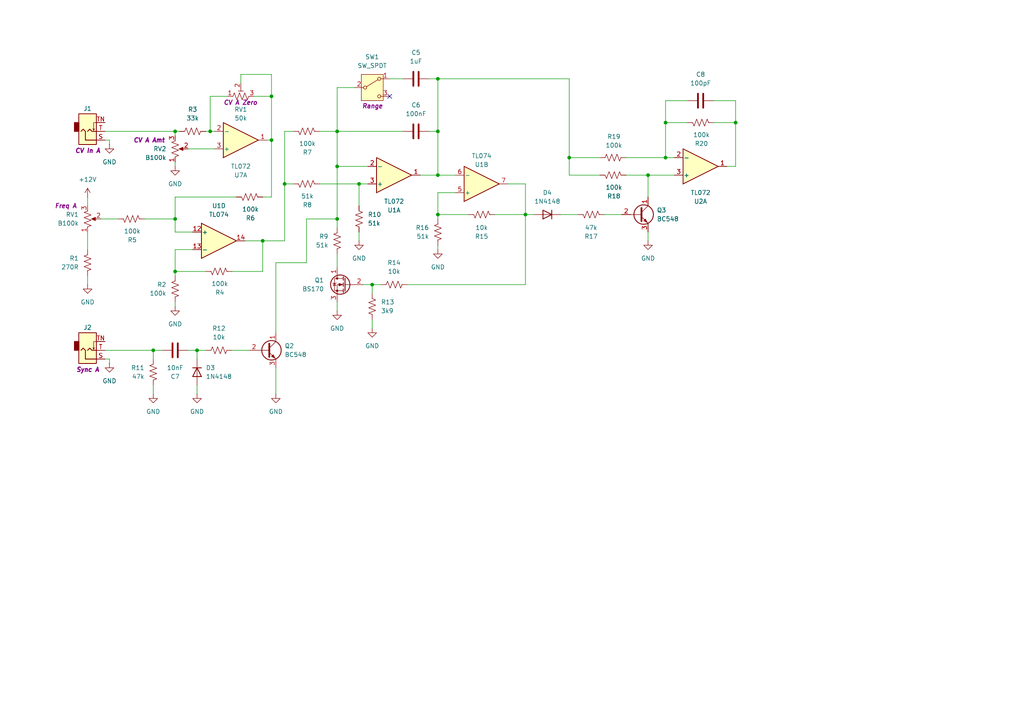
<source format=kicad_sch>
(kicad_sch (version 20250114) (generator "eeschema") (generator_version "9.0")
  (paper "A4")
  (title_block (company "DMH Instruments") (comment 1 "PCB for 10cm Kosmo format synthesizer module"))
  (lib_symbols
    (symbol "Amplifier_Operational:TL072" (pin_names (offset 0.127))
      (property "Reference" "U" (at 0 5.08 0))
      (property "Value" "TL072" (at 0 -5.08 0))
      (symbol "TL072_1_1"
        (polyline (pts (xy -5.08 5.08) (xy 5.08 0) (xy -5.08 -5.08) (xy -5.08 5.08)) (stroke (width 0.254)) (fill (type background)))
        (pin input line (at -7.62 2.54 0) (length 2.54) (name "+") (number "3"))
        (pin input line (at -7.62 -2.54 0) (length 2.54) (name "-") (number "2"))
        (pin output line (at 7.62 0 180) (length 2.54) (name "~") (number "1"))
      )
      (symbol "TL072_2_1"
        (polyline (pts (xy -5.08 5.08) (xy 5.08 0) (xy -5.08 -5.08) (xy -5.08 5.08)) (stroke (width 0.254)) (fill (type background)))
        (pin input line (at -7.62 2.54 0) (length 2.54) (name "+") (number "5"))
        (pin input line (at -7.62 -2.54 0) (length 2.54) (name "-") (number "6"))
        (pin output line (at 7.62 0 180) (length 2.54) (name "~") (number "7"))
      )
      (symbol "TL072_3_1"
        (pin power_in line (at -2.54 7.62 270) (length 3.81) (name "V+") (number "8"))
        (pin power_in line (at -2.54 -7.62 90) (length 3.81) (name "V-") (number "4"))
      )
    )
    (symbol "Amplifier_Operational:TL074" (pin_names (offset 0.127))
      (property "Reference" "U" (at 0 5.08 0))
      (property "Value" "TL074" (at 0 -5.08 0))
      (symbol "TL074_1_1"
        (polyline (pts (xy -5.08 5.08) (xy 5.08 0) (xy -5.08 -5.08) (xy -5.08 5.08)) (stroke (width 0.254)) (fill (type background)))
        (pin input line (at -7.62 2.54 0) (length 2.54) (name "+") (number "3"))
        (pin input line (at -7.62 -2.54 0) (length 2.54) (name "-") (number "2"))
        (pin output line (at 7.62 0 180) (length 2.54) (name "~") (number "1"))
      )
      (symbol "TL074_2_1"
        (polyline (pts (xy -5.08 5.08) (xy 5.08 0) (xy -5.08 -5.08) (xy -5.08 5.08)) (stroke (width 0.254)) (fill (type background)))
        (pin input line (at -7.62 2.54 0) (length 2.54) (name "+") (number "5"))
        (pin input line (at -7.62 -2.54 0) (length 2.54) (name "-") (number "6"))
        (pin output line (at 7.62 0 180) (length 2.54) (name "~") (number "7"))
      )
      (symbol "TL074_3_1"
        (polyline (pts (xy -5.08 5.08) (xy 5.08 0) (xy -5.08 -5.08) (xy -5.08 5.08)) (stroke (width 0.254)) (fill (type background)))
        (pin input line (at -7.62 2.54 0) (length 2.54) (name "+") (number "10"))
        (pin input line (at -7.62 -2.54 0) (length 2.54) (name "-") (number "9"))
        (pin output line (at 7.62 0 180) (length 2.54) (name "~") (number "8"))
      )
      (symbol "TL074_4_1"
        (polyline (pts (xy -5.08 5.08) (xy 5.08 0) (xy -5.08 -5.08) (xy -5.08 5.08)) (stroke (width 0.254)) (fill (type background)))
        (pin input line (at -7.62 2.54 0) (length 2.54) (name "+") (number "12"))
        (pin input line (at -7.62 -2.54 0) (length 2.54) (name "-") (number "13"))
        (pin output line (at 7.62 0 180) (length 2.54) (name "~") (number "14"))
      )
      (symbol "TL074_5_1"
        (pin power_in line (at -2.54 7.62 270) (length 3.81) (name "V+") (number "4"))
        (pin power_in line (at -2.54 -7.62 90) (length 3.81) (name "V-") (number "11"))
      )
    )
    (symbol "Device:C" (pin_numbers (hide yes)) (pin_names (offset 0.254))
      (property "Reference" "C" (at 0.635 2.54 0))
      (property "Value" "C" (at 0.635 -2.54 0))
      (symbol "C_0_1"
        (polyline (pts (xy -2.032 0.762) (xy 2.032 0.762)) (stroke (width 0.508)))
        (polyline (pts (xy -2.032 -0.762) (xy 2.032 -0.762)) (stroke (width 0.508)))
      )
      (symbol "C_1_1"
        (pin passive line (at 0 3.81 270) (length 2.794) (name "~") (number "1"))
        (pin passive line (at 0 -3.81 90) (length 2.794) (name "~") (number "2"))
      )
    )
    (symbol "Device:R_Potentiometer_Trim_US" (pin_names (offset 1.016) (hide yes))
      (property "Reference" "RV" (at -4.445 0 90))
      (property "Value" "R_Potentiometer_Trim_US" (at -2.54 0 90))
      (symbol "R_Potentiometer_Trim_US_0_1"
        (polyline (pts (xy 0 2.286) (xy 0 2.54)))
        (polyline (pts (xy 0 2.286) (xy 1.016 1.905) (xy 0 1.524) (xy -1.016 1.143) (xy 0 0.762)))
        (polyline (pts (xy 0 0.762) (xy 1.016 0.381) (xy 0 0) (xy -1.016 -0.381) (xy 0 -0.762)))
        (polyline (pts (xy 0 -0.762) (xy 1.016 -1.143) (xy 0 -1.524) (xy -1.016 -1.905) (xy 0 -2.286)))
        (polyline (pts (xy 0 -2.286) (xy 0 -2.54)))
        (polyline (pts (xy 1.524 0.762) (xy 1.524 -0.762)))
        (polyline (pts (xy 2.54 0) (xy 1.524 0)))
      )
      (symbol "R_Potentiometer_Trim_US_1_1"
        (pin passive line (at 0 3.81 270) (length 1.27) (name "1") (number "1"))
        (pin passive line (at 0 -3.81 90) (length 1.27) (name "3") (number "3"))
        (pin passive line (at 3.81 0 180) (length 1.27) (name "2") (number "2"))
      )
    )
    (symbol "Device:R_Potentiometer_US" (pin_names (offset 1.016) (hide yes))
      (property "Reference" "RV" (at -4.445 0 90))
      (property "Value" "R_Potentiometer_US" (at -2.54 0 90))
      (symbol "R_Potentiometer_US_0_1"
        (polyline (pts (xy 0 2.54) (xy 0 2.286)))
        (polyline (pts (xy 0 2.286) (xy 1.016 1.905) (xy 0 1.524) (xy -1.016 1.143) (xy 0 0.762)))
        (polyline (pts (xy 0 0.762) (xy 1.016 0.381) (xy 0 0) (xy -1.016 -0.381) (xy 0 -0.762)))
        (polyline (pts (xy 0 -0.762) (xy 1.016 -1.143) (xy 0 -1.524) (xy -1.016 -1.905) (xy 0 -2.286)))
        (polyline (pts (xy 0 -2.286) (xy 0 -2.54)))
        (polyline (pts (xy 1.143 0) (xy 2.286 0.508) (xy 2.286 -0.508) (xy 1.143 0)) (fill (type outline)))
        (polyline (pts (xy 2.54 0) (xy 1.524 0)))
      )
      (symbol "R_Potentiometer_US_1_1"
        (pin passive line (at 0 3.81 270) (length 1.27) (name "1") (number "1"))
        (pin passive line (at 0 -3.81 90) (length 1.27) (name "3") (number "3"))
        (pin passive line (at 3.81 0 180) (length 1.27) (name "2") (number "2"))
      )
    )
    (symbol "Device:R_US" (pin_numbers (hide yes)) (pin_names (offset 0))
      (property "Reference" "R" (at 2.54 0 90))
      (property "Value" "R_US" (at -2.54 0 90))
      (symbol "R_US_0_1"
        (polyline (pts (xy 0 2.286) (xy 0 2.54)))
        (polyline (pts (xy 0 2.286) (xy 1.016 1.905) (xy 0 1.524) (xy -1.016 1.143) (xy 0 0.762)))
        (polyline (pts (xy 0 0.762) (xy 1.016 0.381) (xy 0 0) (xy -1.016 -0.381) (xy 0 -0.762)))
        (polyline (pts (xy 0 -0.762) (xy 1.016 -1.143) (xy 0 -1.524) (xy -1.016 -1.905) (xy 0 -2.286)))
        (polyline (pts (xy 0 -2.286) (xy 0 -2.54)))
      )
      (symbol "R_US_1_1"
        (pin passive line (at 0 3.81 270) (length 1.27) (name "~") (number "1"))
        (pin passive line (at 0 -3.81 90) (length 1.27) (name "~") (number "2"))
      )
    )
    (symbol "Diode:1N4148" (pin_numbers (hide yes)) (pin_names (hide yes))
      (property "Reference" "D" (at 0 2.54 0))
      (property "Value" "1N4148" (at 0 -2.54 0))
      (symbol "1N4148_0_1"
        (polyline (pts (xy -1.27 1.27) (xy -1.27 -1.27)) (stroke (width 0.254)))
        (polyline (pts (xy 1.27 1.27) (xy 1.27 -1.27) (xy -1.27 0) (xy 1.27 1.27)) (stroke (width 0.254)))
        (polyline (pts (xy 1.27 0) (xy -1.27 0)))
      )
      (symbol "1N4148_1_1"
        (pin passive line (at -3.81 0 0) (length 2.54) (name "K") (number "1"))
        (pin passive line (at 3.81 0 180) (length 2.54) (name "A") (number "2"))
      )
    )
    (symbol "Switch:SW_SPDT" (pin_names (offset 0) (hide yes))
      (property "Reference" "SW" (at 0 5.08 0))
      (property "Value" "SW_SPDT" (at 0 -5.08 0))
      (symbol "SW_SPDT_0_1"
        (circle (center -2.032 0) (radius 0.4572))
        (polyline (pts (xy -1.651 0.254) (xy 1.651 2.286)))
        (circle (center 2.032 2.54) (radius 0.4572))
        (circle (center 2.032 -2.54) (radius 0.4572))
      )
      (symbol "SW_SPDT_1_1"
        (rectangle (start -3.175 3.81) (end 3.175 -3.81) (fill (type background)))
        (pin passive line (at -5.08 0 0) (length 2.54) (name "B") (number "2"))
        (pin passive line (at 5.08 2.54 180) (length 2.54) (name "A") (number "1"))
        (pin passive line (at 5.08 -2.54 180) (length 2.54) (name "C") (number "3"))
      )
    )
    (symbol "SynthStuff:TS_Jack_6.35mm_Sw"
      (property "Reference" "J" (at -0.635 8.89 0))
      (property "Value" "TS_Jack_6.35mm_Sw" (at -0.635 6.35 0))
      (symbol "TS_Jack_6.35mm_Sw_0_1"
        (rectangle (start -2.54 0) (end -3.81 -2.54) (stroke (width 0.254)) (fill (type outline)))
        (polyline (pts (xy 0 0) (xy 0.635 -0.635) (xy 1.27 0) (xy 2.54 0)) (stroke (width 0.254)))
        (polyline (pts (xy 1.778 -0.254) (xy 2.032 -0.762)))
        (rectangle (start 2.54 3.81) (end -2.54 -5.08) (stroke (width 0.254)) (fill (type background)))
        (polyline (pts (xy 2.54 2.54) (xy -0.635 2.54) (xy -0.635 0) (xy -1.27 -0.635) (xy -1.905 0)) (stroke (width 0.254)))
        (polyline (pts (xy 2.54 -2.54) (xy 1.778 -2.54) (xy 1.778 -0.254) (xy 1.524 -0.762)))
      )
      (symbol "TS_Jack_6.35mm_Sw_1_1"
        (pin passive line (at 5.08 2.54 180) (length 2.54) (name "~") (number "S"))
        (pin passive line (at 5.08 0 180) (length 2.54) (name "~") (number "T"))
        (pin passive line (at 5.08 -2.54 180) (length 2.54) (name "~") (number "TN"))
      )
    )
    (symbol "Transistor_BJT:BC548" (pin_names (offset 0) (hide yes))
      (property "Reference" "Q" (at 5.08 1.905 0))
      (property "Value" "BC548" (at 5.08 0 0))
      (symbol "BC548_0_1"
        (polyline (pts (xy -2.54 0) (xy 0.635 0)))
        (polyline (pts (xy 0.635 1.905) (xy 0.635 -1.905)) (stroke (width 0.508)))
        (circle (center 1.27 0) (radius 2.8194) (stroke (width 0.254)))
      )
      (symbol "BC548_1_1"
        (polyline (pts (xy 0.635 0.635) (xy 2.54 2.54)))
        (polyline (pts (xy 0.635 -0.635) (xy 2.54 -2.54)))
        (polyline (pts (xy 1.27 -1.778) (xy 1.778 -1.27) (xy 2.286 -2.286) (xy 1.27 -1.778)) (fill (type outline)))
        (pin input line (at -5.08 0 0) (length 2.54) (name "B") (number "2"))
        (pin passive line (at 2.54 5.08 270) (length 2.54) (name "C") (number "1"))
        (pin passive line (at 2.54 -5.08 90) (length 2.54) (name "E") (number "3"))
      )
    )
    (symbol "Transistor_FET:BS170" (pin_names (hide yes))
      (property "Reference" "Q" (at 5.08 1.905 0))
      (property "Value" "BS170" (at 5.08 0 0))
      (symbol "BS170_0_1"
        (polyline (pts (xy 0.254 1.905) (xy 0.254 -1.905)) (stroke (width 0.254)))
        (polyline (pts (xy 0.254 0) (xy -2.54 0)))
        (polyline (pts (xy 0.762 2.286) (xy 0.762 1.27)) (stroke (width 0.254)))
        (polyline (pts (xy 0.762 0.508) (xy 0.762 -0.508)) (stroke (width 0.254)))
        (polyline (pts (xy 0.762 -1.27) (xy 0.762 -2.286)) (stroke (width 0.254)))
        (polyline (pts (xy 0.762 -1.778) (xy 3.302 -1.778) (xy 3.302 1.778) (xy 0.762 1.778)))
        (polyline (pts (xy 1.016 0) (xy 2.032 0.381) (xy 2.032 -0.381) (xy 1.016 0)) (fill (type outline)))
        (circle (center 1.651 0) (radius 2.794) (stroke (width 0.254)))
        (polyline (pts (xy 2.54 2.54) (xy 2.54 1.778)))
        (circle (center 2.54 1.778) (radius 0.254) (fill (type outline)))
        (circle (center 2.54 -1.778) (radius 0.254) (fill (type outline)))
        (polyline (pts (xy 2.54 -2.54) (xy 2.54 0) (xy 0.762 0)))
        (polyline (pts (xy 2.794 0.508) (xy 2.921 0.381) (xy 3.683 0.381) (xy 3.81 0.254)))
        (polyline (pts (xy 3.302 0.381) (xy 2.921 -0.254) (xy 3.683 -0.254) (xy 3.302 0.381)))
      )
      (symbol "BS170_1_1"
        (pin input line (at -5.08 0 0) (length 2.54) (name "G") (number "2"))
        (pin passive line (at 2.54 5.08 270) (length 2.54) (name "D") (number "1"))
        (pin passive line (at 2.54 -5.08 90) (length 2.54) (name "S") (number "3"))
      )
    )
    (symbol "power:+12V" (power) (pin_numbers (hide yes)) (pin_names (offset 0) (hide yes))
      (property "Value" "+12V" (at 0 3.556 0))
      (symbol "+12V_0_1"
        (polyline (pts (xy -0.762 1.27) (xy 0 2.54)))
        (polyline (pts (xy 0 2.54) (xy 0.762 1.27)))
        (polyline (pts (xy 0 0) (xy 0 2.54)))
      )
      (symbol "+12V_1_1"
        (pin power_in line (at 0 0 90) (length 0) (name "~") (number "1"))
      )
    )
    (symbol "power:GND" (power) (pin_numbers (hide yes)) (pin_names (offset 0) (hide yes))
      (property "Value" "GND" (at 0 -3.81 0))
      (symbol "GND_0_1"
        (polyline (pts (xy 0 0) (xy 0 -1.27) (xy 1.27 -1.27) (xy 0 -2.54) (xy -1.27 -1.27) (xy 0 -1.27)))
      )
      (symbol "GND_1_1"
        (pin power_in line (at 0 0 270) (length 0) (name "~") (number "1"))
      )
    )
  )
  (junction (at 78.74 27.94))
  (junction (at 193.04 35.56))
  (junction (at 127 22.86))
  (junction (at 97.79 48.26))
  (junction (at 127 50.8))
  (junction (at 50.8 63.5))
  (junction (at 107.95 82.55))
  (junction (at 44.45 101.6))
  (junction (at 78.74 40.64))
  (junction (at 50.8 38.1))
  (junction (at 127 62.23))
  (junction (at 50.8 78.74))
  (junction (at 57.15 101.6))
  (junction (at 213.36 35.56))
  (junction (at 97.79 63.5))
  (junction (at 97.79 38.1))
  (junction (at 76.2 69.85))
  (junction (at 152.4 62.23))
  (junction (at 187.96 50.8))
  (junction (at 104.14 53.34))
  (junction (at 127 38.1))
  (junction (at 60.96 38.1))
  (junction (at 82.55 53.34))
  (junction (at 193.04 45.72))
  (junction (at 165.1 45.72))
  (no_connect (at 113.03 27.94))
  (wire (pts (xy 152.4 62.23) (xy 154.94 62.23)))
  (wire (pts (xy 92.71 53.34) (xy 104.14 53.34)))
  (wire (pts (xy 165.1 45.72) (xy 173.99 45.72)))
  (wire (pts (xy 105.41 82.55) (xy 107.95 82.55)))
  (wire (pts (xy 213.36 48.26) (xy 210.82 48.26)))
  (wire (pts (xy 30.48 101.6) (xy 44.45 101.6)))
  (wire (pts (xy 97.79 73.66) (xy 97.79 77.47)))
  (wire (pts (xy 127 50.8) (xy 132.08 50.8)))
  (wire (pts (xy 181.61 50.8) (xy 187.96 50.8)))
  (wire (pts (xy 29.21 63.5) (xy 34.29 63.5)))
  (wire (pts (xy 193.04 29.21) (xy 193.04 35.56)))
  (wire (pts (xy 68.58 57.15) (xy 50.8 57.15)))
  (wire (pts (xy 50.8 78.74) (xy 50.8 80.01)))
  (wire (pts (xy 50.8 87.63) (xy 50.8 88.9)))
  (wire (pts (xy 60.96 38.1) (xy 62.23 38.1)))
  (wire (pts (xy 165.1 22.86) (xy 127 22.86)))
  (wire (pts (xy 76.2 78.74) (xy 76.2 69.85)))
  (wire (pts (xy 207.01 29.21) (xy 213.36 29.21)))
  (wire (pts (xy 113.03 22.86) (xy 116.84 22.86)))
  (wire (pts (xy 97.79 25.4) (xy 102.87 25.4)))
  (wire (pts (xy 82.55 53.34) (xy 85.09 53.34)))
  (wire (pts (xy 199.39 35.56) (xy 193.04 35.56)))
  (wire (pts (xy 193.04 35.56) (xy 193.04 45.72)))
  (wire (pts (xy 127 71.12) (xy 127 72.39)))
  (wire (pts (xy 107.95 92.71) (xy 107.95 95.25)))
  (wire (pts (xy 78.74 40.64) (xy 77.47 40.64)))
  (wire (pts (xy 127 62.23) (xy 135.89 62.23)))
  (wire (pts (xy 25.4 67.31) (xy 25.4 72.39)))
  (wire (pts (xy 124.46 22.86) (xy 127 22.86)))
  (wire (pts (xy 85.09 38.1) (xy 82.55 38.1)))
  (wire (pts (xy 59.69 38.1) (xy 60.96 38.1)))
  (wire (pts (xy 143.51 62.23) (xy 152.4 62.23)))
  (wire (pts (xy 76.2 69.85) (xy 71.12 69.85)))
  (wire (pts (xy 31.75 105.41) (xy 31.75 104.14)))
  (wire (pts (xy 97.79 87.63) (xy 97.79 90.17)))
  (wire (pts (xy 82.55 53.34) (xy 82.55 69.85)))
  (wire (pts (xy 55.88 72.39) (xy 50.8 72.39)))
  (wire (pts (xy 97.79 48.26) (xy 97.79 38.1)))
  (wire (pts (xy 44.45 111.76) (xy 44.45 114.3)))
  (wire (pts (xy 132.08 55.88) (xy 127 55.88)))
  (wire (pts (xy 31.75 41.91) (xy 31.75 40.64)))
  (wire (pts (xy 107.95 82.55) (xy 107.95 85.09)))
  (wire (pts (xy 44.45 101.6) (xy 46.99 101.6)))
  (wire (pts (xy 173.99 50.8) (xy 165.1 50.8)))
  (wire (pts (xy 50.8 67.31) (xy 55.88 67.31)))
  (wire (pts (xy 127 22.86) (xy 127 38.1)))
  (wire (pts (xy 147.32 53.34) (xy 152.4 53.34)))
  (wire (pts (xy 50.8 46.99) (xy 50.8 48.26)))
  (wire (pts (xy 207.01 35.56) (xy 213.36 35.56)))
  (wire (pts (xy 78.74 57.15) (xy 76.2 57.15)))
  (wire (pts (xy 50.8 72.39) (xy 50.8 78.74)))
  (wire (pts (xy 187.96 50.8) (xy 195.58 50.8)))
  (wire (pts (xy 88.9 63.5) (xy 97.79 63.5)))
  (wire (pts (xy 41.91 63.5) (xy 50.8 63.5)))
  (wire (pts (xy 25.4 80.01) (xy 25.4 82.55)))
  (wire (pts (xy 67.31 101.6) (xy 72.39 101.6)))
  (wire (pts (xy 127 38.1) (xy 127 50.8)))
  (wire (pts (xy 54.61 101.6) (xy 57.15 101.6)))
  (wire (pts (xy 106.68 48.26) (xy 97.79 48.26)))
  (wire (pts (xy 67.31 78.74) (xy 76.2 78.74)))
  (wire (pts (xy 80.01 76.2) (xy 88.9 76.2)))
  (wire (pts (xy 78.74 21.59) (xy 78.74 27.94)))
  (wire (pts (xy 127 50.8) (xy 121.92 50.8)))
  (wire (pts (xy 59.69 78.74) (xy 50.8 78.74)))
  (wire (pts (xy 30.48 38.1) (xy 50.8 38.1)))
  (wire (pts (xy 199.39 29.21) (xy 193.04 29.21)))
  (wire (pts (xy 50.8 57.15) (xy 50.8 63.5)))
  (wire (pts (xy 92.71 38.1) (xy 97.79 38.1)))
  (wire (pts (xy 97.79 38.1) (xy 116.84 38.1)))
  (wire (pts (xy 73.66 27.94) (xy 78.74 27.94)))
  (wire (pts (xy 104.14 67.31) (xy 104.14 69.85)))
  (wire (pts (xy 50.8 63.5) (xy 50.8 67.31)))
  (wire (pts (xy 175.26 62.23) (xy 180.34 62.23)))
  (wire (pts (xy 152.4 62.23) (xy 152.4 82.55)))
  (wire (pts (xy 97.79 63.5) (xy 97.79 66.04)))
  (wire (pts (xy 187.96 67.31) (xy 187.96 69.85)))
  (wire (pts (xy 80.01 106.68) (xy 80.01 114.3)))
  (wire (pts (xy 80.01 96.52) (xy 80.01 76.2)))
  (wire (pts (xy 152.4 82.55) (xy 118.11 82.55)))
  (wire (pts (xy 104.14 53.34) (xy 106.68 53.34)))
  (wire (pts (xy 162.56 62.23) (xy 167.64 62.23)))
  (wire (pts (xy 54.61 43.18) (xy 62.23 43.18)))
  (wire (pts (xy 124.46 38.1) (xy 127 38.1)))
  (wire (pts (xy 60.96 27.94) (xy 60.96 38.1)))
  (wire (pts (xy 97.79 38.1) (xy 97.79 25.4)))
  (wire (pts (xy 31.75 40.64) (xy 30.48 40.64)))
  (wire (pts (xy 60.96 27.94) (xy 66.04 27.94)))
  (wire (pts (xy 187.96 50.8) (xy 187.96 57.15)))
  (wire (pts (xy 82.55 38.1) (xy 82.55 53.34)))
  (wire (pts (xy 69.85 21.59) (xy 78.74 21.59)))
  (wire (pts (xy 44.45 101.6) (xy 44.45 104.14)))
  (wire (pts (xy 213.36 29.21) (xy 213.36 35.56)))
  (wire (pts (xy 31.75 104.14) (xy 30.48 104.14)))
  (wire (pts (xy 107.95 82.55) (xy 110.49 82.55)))
  (wire (pts (xy 127 55.88) (xy 127 62.23)))
  (wire (pts (xy 181.61 45.72) (xy 193.04 45.72)))
  (wire (pts (xy 152.4 53.34) (xy 152.4 62.23)))
  (wire (pts (xy 69.85 24.13) (xy 69.85 21.59)))
  (wire (pts (xy 78.74 40.64) (xy 78.74 57.15)))
  (wire (pts (xy 97.79 48.26) (xy 97.79 63.5)))
  (wire (pts (xy 165.1 50.8) (xy 165.1 45.72)))
  (wire (pts (xy 57.15 101.6) (xy 57.15 104.14)))
  (wire (pts (xy 82.55 69.85) (xy 76.2 69.85)))
  (wire (pts (xy 104.14 53.34) (xy 104.14 59.69)))
  (wire (pts (xy 88.9 76.2) (xy 88.9 63.5)))
  (wire (pts (xy 193.04 45.72) (xy 195.58 45.72)))
  (wire (pts (xy 57.15 111.76) (xy 57.15 114.3)))
  (wire (pts (xy 78.74 27.94) (xy 78.74 40.64)))
  (wire (pts (xy 213.36 35.56) (xy 213.36 48.26)))
  (wire (pts (xy 50.8 38.1) (xy 52.07 38.1)))
  (wire (pts (xy 57.15 101.6) (xy 59.69 101.6)))
  (wire (pts (xy 165.1 45.72) (xy 165.1 22.86)))
  (wire (pts (xy 127 62.23) (xy 127 63.5)))
  (wire (pts (xy 50.8 38.1) (xy 50.8 39.37)))
  (wire (pts (xy 25.4 57.15) (xy 25.4 59.69)))
  (symbol (lib_id "Transistor_FET:BS170") (at 100.33 82.55 0) (mirror y) (unit 1)
    (property "Reference" "Q1" (at 93.98 81.2799 0) (effects (justify left)))
    (property "Value" "BS170" (at 93.98 83.8199 0) (effects (justify left)))
    (property "Footprint" "Package_TO_SOT_THT:TO-92_Inline" (effects (hide yes)))
    (property "Datasheet" "https://www.onsemi.com/pub/Collateral/BS170-D.PDF" (effects (hide yes)))
    (property "Description" "0.5A Id, 60V Vds, N-Channel MOSFET, TO-92" (effects (hide yes)))
  )
  (symbol (lib_id "Device:R_US") (at 44.45 107.95 0) (mirror y) (unit 1) (on_board no)
    (property "Reference" "R11" (at 41.91 106.6799 0) (effects (justify left)))
    (property "Value" "47k" (at 41.91 109.2199 0) (effects (justify left)))
    (property "Footprint" "Resistor_THT:R_Axial_DIN0207_L6.3mm_D2.5mm_P7.62mm_Horizontal" (effects (hide yes)))
    (property "Description" "Resistor, US symbol" (effects (hide yes)))
  )
  (symbol (lib_id "Amplifier_Operational:TL074") (at 139.7 53.34 0) (mirror x) (unit 2)
    (property "Reference" "U1" (at 139.7 47.752 0))
    (property "Value" "TL074" (at 139.7 45.212 0))
    (property "Footprint" "Package_DIP:DIP-14_W7.62mm_Socket" (effects (hide yes)))
    (property "Datasheet" "http://www.ti.com/lit/ds/symlink/tl071.pdf" (effects (hide yes)))
    (property "Description" "Quad Low-Noise JFET-Input Operational Amplifiers, DIP-14/SOIC-14" (effects (hide yes)))
  )
  (symbol (lib_id "Device:R_US") (at 63.5 78.74 90) (mirror x) (unit 1) (on_board no)
    (property "Reference" "R4" (at 63.754 84.836 90))
    (property "Value" "100k" (at 63.754 82.296 90))
    (property "Footprint" "Resistor_THT:R_Axial_DIN0207_L6.3mm_D2.5mm_P7.62mm_Horizontal" (effects (hide yes)))
    (property "Description" "Resistor, US symbol" (effects (hide yes)))
  )
  (symbol (lib_id "power:GND") (at 187.96 69.85 0) (unit 1) (on_board no)
    (property "Reference" "#PWR023" (effects (hide yes)))
    (property "Value" "GND" (at 187.96 74.93 0))
    (property "Description" "Power symbol creates a global label with name \"GND\" , ground" (effects (hide yes)))
  )
  (symbol (lib_id "Device:R_US") (at 171.45 62.23 90) (mirror x) (unit 1) (on_board no)
    (property "Reference" "R17" (at 171.45 68.58 90))
    (property "Value" "47k" (at 171.45 66.04 90))
    (property "Footprint" "Resistor_THT:R_Axial_DIN0207_L6.3mm_D2.5mm_P7.62mm_Horizontal" (effects (hide yes)))
    (property "Description" "Resistor, US symbol" (effects (hide yes)))
  )
  (symbol (lib_id "Device:R_US") (at 63.5 101.6 90) (unit 1) (on_board no)
    (property "Reference" "R12" (at 63.5 95.25 90))
    (property "Value" "10k" (at 63.5 97.79 90))
    (property "Footprint" "Resistor_THT:R_Axial_DIN0207_L6.3mm_D2.5mm_P7.62mm_Horizontal" (effects (hide yes)))
    (property "Description" "Resistor, US symbol" (effects (hide yes)))
  )
  (symbol (lib_id "Device:R_US") (at 104.14 63.5 0) (unit 1) (on_board no)
    (property "Reference" "R10" (at 106.68 62.2299 0) (effects (justify left)))
    (property "Value" "51k" (at 106.68 64.7699 0) (effects (justify left)))
    (property "Footprint" "Resistor_THT:R_Axial_DIN0207_L6.3mm_D2.5mm_P7.62mm_Horizontal" (effects (hide yes)))
    (property "Description" "Resistor, US symbol" (effects (hide yes)))
  )
  (symbol (lib_id "power:GND") (at 50.8 88.9 0) (unit 1) (on_board no)
    (property "Reference" "#PWR09" (effects (hide yes)))
    (property "Value" "GND" (at 50.8 93.98 0))
    (property "Description" "Power symbol creates a global label with name \"GND\" , ground" (effects (hide yes)))
  )
  (symbol (lib_id "Device:R_US") (at 177.8 50.8 90) (mirror x) (unit 1) (on_board no)
    (property "Reference" "R18" (at 178.054 56.896 90))
    (property "Value" "100k" (at 178.054 54.356 90))
    (property "Footprint" "Resistor_THT:R_Axial_DIN0207_L6.3mm_D2.5mm_P7.62mm_Horizontal" (effects (hide yes)))
    (property "Description" "Resistor, US symbol" (effects (hide yes)))
  )
  (symbol (lib_id "Transistor_BJT:BC548") (at 77.47 101.6 0) (unit 1)
    (property "Reference" "Q2" (at 82.55 100.3299 0) (effects (justify left)))
    (property "Value" "BC548" (at 82.55 102.8699 0) (effects (justify left)))
    (property "Footprint" "Package_TO_SOT_THT:TO-92L_Inline_Wide" (effects (hide yes)))
    (property "Datasheet" "https://www.onsemi.com/pub/Collateral/BC550-D.pdf" (effects (hide yes)))
    (property "Description" "0.1A Ic, 30V Vce, Small Signal NPN Transistor, TO-92" (effects (hide yes)))
  )
  (symbol (lib_id "power:GND") (at 25.4 82.55 0) (unit 1) (on_board no)
    (property "Reference" "#PWR03" (effects (hide yes)))
    (property "Value" "GND" (at 25.4 87.63 0))
    (property "Description" "Power symbol creates a global label with name \"GND\" , ground" (effects (hide yes)))
  )
  (symbol (lib_id "Device:R_US") (at 55.88 38.1 90) (unit 1) (on_board no)
    (property "Reference" "R3" (at 55.88 31.75 90))
    (property "Value" "33k" (at 55.88 34.29 90))
    (property "Footprint" "Resistor_THT:R_Axial_DIN0207_L6.3mm_D2.5mm_P7.62mm_Horizontal" (effects (hide yes)))
    (property "Description" "Resistor, US symbol" (effects (hide yes)))
  )
  (symbol (lib_id "Device:R_US") (at 107.95 88.9 0) (unit 1) (on_board no)
    (property "Reference" "R13" (at 110.49 87.6299 0) (effects (justify left)))
    (property "Value" "3k9" (at 110.49 90.1699 0) (effects (justify left)))
    (property "Footprint" "Resistor_THT:R_Axial_DIN0207_L6.3mm_D2.5mm_P7.62mm_Horizontal" (effects (hide yes)))
    (property "Description" "Resistor, US symbol" (effects (hide yes)))
  )
  (symbol (lib_id "Device:R_Potentiometer_Trim_US") (at 69.85 27.94 90) (unit 1) (on_board no)
    (property "Reference" "RV1" (at 69.85 31.75 90))
    (property "Value" "50k" (at 69.85 34.29 90))
    (property "Footprint" "Potentiometer_THT:Potentiometer_Bourns_3296X_Horizontal" (effects (hide yes)))
    (property "Description" "Trim-potentiometer, US symbol" (effects (hide yes)))
    (property "Function" "CV A Zero" (at 69.85 29.718 90) (effects (font (thickness 0.254) (bold yes) (italic yes))))
  )
  (symbol (lib_id "Amplifier_Operational:TL074") (at 63.5 69.85 0) (unit 4)
    (property "Reference" "U1" (at 63.5 59.69 0))
    (property "Value" "TL074" (at 63.5 62.23 0))
    (property "Datasheet" "http://www.ti.com/lit/ds/symlink/tl071.pdf" (effects (hide yes)))
    (property "Description" "Quad Low-Noise JFET-Input Operational Amplifiers, DIP-14/SOIC-14" (effects (hide yes)))
  )
  (symbol (lib_id "Device:R_Potentiometer_US") (at 25.4 63.5 0) (mirror x) (unit 1) (on_board no)
    (property "Reference" "RV1" (at 22.86 62.2299 0) (effects (justify right)))
    (property "Value" "B100k" (at 22.86 64.7699 0) (effects (justify right)))
    (property "Footprint" "SynthStuff:Potentiometer_TT_P110KH1" (effects (hide yes)))
    (property "Description" "Potentiometer, US symbol" (effects (hide yes)))
    (property "Function" "Freq A" (at 15.748 59.69 0) (effects (font (thickness 0.254) (bold yes) (italic yes)) (justify left)))
  )
  (symbol (lib_id "Device:R_US") (at 97.79 69.85 0) (mirror y) (unit 1) (on_board no)
    (property "Reference" "R9" (at 95.25 68.5799 0) (effects (justify left)))
    (property "Value" "51k" (at 95.25 71.1199 0) (effects (justify left)))
    (property "Footprint" "Resistor_THT:R_Axial_DIN0207_L6.3mm_D2.5mm_P7.62mm_Horizontal" (effects (hide yes)))
    (property "Description" "Resistor, US symbol" (effects (hide yes)))
  )
  (symbol (lib_id "power:GND") (at 97.79 90.17 0) (unit 1) (on_board no)
    (property "Reference" "#PWR011" (effects (hide yes)))
    (property "Value" "GND" (at 97.79 95.25 0))
    (property "Description" "Power symbol creates a global label with name \"GND\" , ground" (effects (hide yes)))
  )
  (symbol (lib_id "Device:C") (at 120.65 38.1 90) (unit 1)
    (property "Reference" "C6" (at 120.65 30.48 90))
    (property "Value" "100nF" (at 120.65 33.02 90))
    (property "Footprint" "Capacitor_THT:C_Disc_D4.3mm_W1.9mm_P5.00mm" (effects (hide yes)))
    (property "Description" "Unpolarized capacitor" (effects (hide yes)))
  )
  (symbol (lib_id "Diode:1N4148") (at 57.15 107.95 270) (unit 1)
    (property "Reference" "D3" (at 59.69 106.6799 90) (effects (justify left)))
    (property "Value" "1N4148" (at 59.69 109.2199 90) (effects (justify left)))
    (property "Footprint" "Diode_THT:D_DO-35_SOD27_P7.62mm_Horizontal" (effects (hide yes)))
    (property "Datasheet" "https://assets.nexperia.com/documents/data-sheet/1N4148_1N4448.pdf" (effects (hide yes)))
    (property "Description" "100V 0.15A standard switching diode, DO-35" (effects (hide yes)))
    (property "Sim.Device" "D" (effects (hide yes)))
    (property "Sim.Pins" "1=K 2=A" (effects (hide yes)))
  )
  (symbol (lib_id "Device:R_US") (at 127 67.31 0) (mirror y) (unit 1) (on_board no)
    (property "Reference" "R16" (at 124.46 66.0399 0) (effects (justify left)))
    (property "Value" "51k" (at 124.46 68.5799 0) (effects (justify left)))
    (property "Footprint" "Resistor_THT:R_Axial_DIN0207_L6.3mm_D2.5mm_P7.62mm_Horizontal" (effects (hide yes)))
    (property "Description" "Resistor, US symbol" (effects (hide yes)))
  )
  (symbol (lib_id "Device:R_US") (at 88.9 38.1 90) (mirror x) (unit 1) (on_board no)
    (property "Reference" "R7" (at 89.154 44.196 90))
    (property "Value" "100k" (at 89.154 41.656 90))
    (property "Footprint" "Resistor_THT:R_Axial_DIN0207_L6.3mm_D2.5mm_P7.62mm_Horizontal" (effects (hide yes)))
    (property "Description" "Resistor, US symbol" (effects (hide yes)))
  )
  (symbol (lib_id "Switch:SW_SPDT") (at 107.95 25.4 0) (unit 1)
    (property "Reference" "SW1" (at 107.95 16.51 0))
    (property "Value" "SW_SPDT" (at 107.95 19.05 0))
    (property "Description" "Switch, single pole double throw" (effects (hide yes)))
    (property "Function" "Range" (at 107.95 30.734 0) (effects (font (thickness 0.254) (bold yes) (italic yes))))
  )
  (symbol (lib_id "power:GND") (at 44.45 114.3 0) (unit 1) (on_board no)
    (property "Reference" "#PWR012" (effects (hide yes)))
    (property "Value" "GND" (at 44.45 119.38 0))
    (property "Description" "Power symbol creates a global label with name \"GND\" , ground" (effects (hide yes)))
  )
  (symbol (lib_id "power:GND") (at 80.01 114.3 0) (unit 1) (on_board no)
    (property "Reference" "#PWR020" (effects (hide yes)))
    (property "Value" "GND" (at 80.01 119.38 0))
    (property "Description" "Power symbol creates a global label with name \"GND\" , ground" (effects (hide yes)))
  )
  (symbol (lib_id "Device:R_US") (at 88.9 53.34 90) (mirror x) (unit 1) (on_board no)
    (property "Reference" "R8" (at 89.154 59.436 90))
    (property "Value" "51k" (at 89.154 56.896 90))
    (property "Footprint" "Resistor_THT:R_Axial_DIN0207_L6.3mm_D2.5mm_P7.62mm_Horizontal" (effects (hide yes)))
    (property "Description" "Resistor, US symbol" (effects (hide yes)))
  )
  (symbol (lib_id "Device:R_US") (at 50.8 83.82 0) (mirror y) (unit 1) (on_board no)
    (property "Reference" "R2" (at 48.26 82.5499 0) (effects (justify left)))
    (property "Value" "100k" (at 48.26 85.0899 0) (effects (justify left)))
    (property "Footprint" "Resistor_THT:R_Axial_DIN0207_L6.3mm_D2.5mm_P7.62mm_Horizontal" (effects (hide yes)))
    (property "Description" "Resistor, US symbol" (effects (hide yes)))
  )
  (symbol (lib_id "Diode:1N4148") (at 158.75 62.23 180) (unit 1)
    (property "Reference" "D4" (at 158.75 55.88 0))
    (property "Value" "1N4148" (at 158.75 58.42 0))
    (property "Footprint" "Diode_THT:D_DO-35_SOD27_P7.62mm_Horizontal" (effects (hide yes)))
    (property "Datasheet" "https://assets.nexperia.com/documents/data-sheet/1N4148_1N4448.pdf" (effects (hide yes)))
    (property "Description" "100V 0.15A standard switching diode, DO-35" (effects (hide yes)))
    (property "Sim.Device" "D" (effects (hide yes)))
    (property "Sim.Pins" "1=K 2=A" (effects (hide yes)))
  )
  (symbol (lib_id "Amplifier_Operational:TL072") (at 114.3 50.8 0) (mirror x) (unit 1)
    (property "Reference" "U1" (at 114.3 60.96 0))
    (property "Value" "TL072" (at 114.3 58.42 0))
    (property "Footprint" "Package_DIP:DIP-8_W7.62mm_Socket" (effects (hide yes)))
    (property "Datasheet" "http://www.ti.com/lit/ds/symlink/tl071.pdf" (effects (hide yes)))
    (property "Description" "Dual Low-Noise JFET-Input Operational Amplifiers, DIP-8/SOIC-8" (effects (hide yes)))
  )
  (symbol (lib_id "Device:C") (at 50.8 101.6 90) (mirror x) (unit 1)
    (property "Reference" "C7" (at 50.8 109.22 90))
    (property "Value" "10nF" (at 50.8 106.68 90))
    (property "Footprint" "Capacitor_THT:C_Disc_D4.3mm_W1.9mm_P5.00mm" (effects (hide yes)))
    (property "Description" "Unpolarized capacitor" (effects (hide yes)))
  )
  (symbol (lib_id "SynthStuff:TS_Jack_6.35mm_Sw") (at 25.4 101.6 0) (mirror x) (unit 1)
    (property "Reference" "J2" (at 25.4 94.996 0))
    (property "Value" "TS_Jack_6.35mm_Sw" (effects (hide yes)))
    (property "Footprint" "SynthStuff:CUI_MJ-63052A" (effects (hide yes)))
    (property "Description" "Audio Jack, 2 Poles (Mono / TS), Switched T Pole (Normalling), 6.35mm, 1/4inch" (effects (hide yes)))
    (property "Function" "Sync A" (at 25.4 107.188 0) (effects (font (thickness 0.254) (bold yes) (italic yes))))
  )
  (symbol (lib_id "power:GND") (at 127 72.39 0) (unit 1) (on_board no)
    (property "Reference" "#PWR022" (effects (hide yes)))
    (property "Value" "GND" (at 127 77.47 0))
    (property "Description" "Power symbol creates a global label with name \"GND\" , ground" (effects (hide yes)))
  )
  (symbol (lib_id "Transistor_BJT:BC548") (at 185.42 62.23 0) (unit 1)
    (property "Reference" "Q3" (at 190.5 60.9599 0) (effects (justify left)))
    (property "Value" "BC548" (at 190.5 63.4999 0) (effects (justify left)))
    (property "Footprint" "Package_TO_SOT_THT:TO-92L_Inline_Wide" (effects (hide yes)))
    (property "Datasheet" "https://www.onsemi.com/pub/Collateral/BC550-D.pdf" (effects (hide yes)))
    (property "Description" "0.1A Ic, 30V Vce, Small Signal NPN Transistor, TO-92" (effects (hide yes)))
  )
  (symbol (lib_id "SynthStuff:TS_Jack_6.35mm_Sw") (at 25.4 38.1 0) (mirror x) (unit 1)
    (property "Reference" "J1" (at 25.4 31.496 0))
    (property "Value" "TS_Jack_6.35mm_Sw" (effects (hide yes)))
    (property "Footprint" "SynthStuff:CUI_MJ-63052A" (effects (hide yes)))
    (property "Description" "Audio Jack, 2 Poles (Mono / TS), Switched T Pole (Normalling), 6.35mm, 1/4inch" (effects (hide yes)))
    (property "Function" "CV In A" (at 25.4 43.688 0) (effects (font (thickness 0.254) (bold yes) (italic yes))))
  )
  (symbol (lib_id "Device:R_US") (at 25.4 76.2 0) (mirror y) (unit 1) (on_board no)
    (property "Reference" "R1" (at 22.86 74.9299 0) (effects (justify left)))
    (property "Value" "270R" (at 22.86 77.4699 0) (effects (justify left)))
    (property "Footprint" "Resistor_THT:R_Axial_DIN0207_L6.3mm_D2.5mm_P7.62mm_Horizontal" (effects (hide yes)))
    (property "Description" "Resistor, US symbol" (effects (hide yes)))
  )
  (symbol (lib_id "Device:C") (at 203.2 29.21 90) (unit 1)
    (property "Reference" "C8" (at 203.2 21.59 90))
    (property "Value" "100pF" (at 203.2 24.13 90))
    (property "Footprint" "Capacitor_THT:C_Disc_D4.3mm_W1.9mm_P5.00mm" (effects (hide yes)))
    (property "Description" "Unpolarized capacitor" (effects (hide yes)))
  )
  (symbol (lib_id "Device:R_US") (at 139.7 62.23 90) (mirror x) (unit 1) (on_board no)
    (property "Reference" "R15" (at 139.7 68.58 90))
    (property "Value" "10k" (at 139.7 66.04 90))
    (property "Footprint" "Resistor_THT:R_Axial_DIN0207_L6.3mm_D2.5mm_P7.62mm_Horizontal" (effects (hide yes)))
    (property "Description" "Resistor, US symbol" (effects (hide yes)))
  )
  (symbol (lib_id "power:GND") (at 107.95 95.25 0) (unit 1) (on_board no)
    (property "Reference" "#PWR021" (effects (hide yes)))
    (property "Value" "GND" (at 107.95 100.33 0))
    (property "Description" "Power symbol creates a global label with name \"GND\" , ground" (effects (hide yes)))
  )
  (symbol (lib_id "power:GND") (at 104.14 69.85 0) (unit 1) (on_board no)
    (property "Reference" "#PWR010" (effects (hide yes)))
    (property "Value" "GND" (at 104.14 74.93 0))
    (property "Description" "Power symbol creates a global label with name \"GND\" , ground" (effects (hide yes)))
  )
  (symbol (lib_id "power:GND") (at 31.75 41.91 0) (unit 1) (on_board no)
    (property "Reference" "#PWR01" (effects (hide yes)))
    (property "Value" "GND" (at 31.75 46.99 0))
    (property "Description" "Power symbol creates a global label with name \"GND\" , ground" (effects (hide yes)))
  )
  (symbol (lib_id "Device:R_US") (at 38.1 63.5 90) (mirror x) (unit 1) (on_board no)
    (property "Reference" "R5" (at 38.354 69.596 90))
    (property "Value" "100k" (at 38.354 67.056 90))
    (property "Footprint" "Resistor_THT:R_Axial_DIN0207_L6.3mm_D2.5mm_P7.62mm_Horizontal" (effects (hide yes)))
    (property "Description" "Resistor, US symbol" (effects (hide yes)))
  )
  (symbol (lib_id "power:GND") (at 31.75 105.41 0) (unit 1) (on_board no)
    (property "Reference" "#PWR02" (effects (hide yes)))
    (property "Value" "GND" (at 31.75 110.49 0))
    (property "Description" "Power symbol creates a global label with name \"GND\" , ground" (effects (hide yes)))
  )
  (symbol (lib_id "Device:R_US") (at 177.8 45.72 90) (unit 1) (on_board no)
    (property "Reference" "R19" (at 178.054 39.624 90))
    (property "Value" "100k" (at 178.054 42.164 90))
    (property "Footprint" "Resistor_THT:R_Axial_DIN0207_L6.3mm_D2.5mm_P7.62mm_Horizontal" (effects (hide yes)))
    (property "Description" "Resistor, US symbol" (effects (hide yes)))
  )
  (symbol (lib_id "Amplifier_Operational:TL072") (at 203.2 48.26 0) (mirror x) (unit 1)
    (property "Reference" "U2" (at 203.2 58.42 0))
    (property "Value" "TL072" (at 203.2 55.88 0))
    (property "Footprint" "Package_DIP:DIP-8_W7.62mm_Socket" (effects (hide yes)))
    (property "Datasheet" "http://www.ti.com/lit/ds/symlink/tl071.pdf" (effects (hide yes)))
    (property "Description" "Dual Low-Noise JFET-Input Operational Amplifiers, DIP-8/SOIC-8" (effects (hide yes)))
  )
  (symbol (lib_id "power:+12V") (at 25.4 57.15 0) (unit 1)
    (property "Reference" "#PWR04" (effects (hide yes)))
    (property "Value" "+12V" (at 25.4 52.07 0))
    (property "Description" "Power symbol creates a global label with name \"+12V\"" (effects (hide yes)))
  )
  (symbol (lib_id "power:GND") (at 57.15 114.3 0) (unit 1) (on_board no)
    (property "Reference" "#PWR019" (effects (hide yes)))
    (property "Value" "GND" (at 57.15 119.38 0))
    (property "Description" "Power symbol creates a global label with name \"GND\" , ground" (effects (hide yes)))
  )
  (symbol (lib_id "Device:R_US") (at 203.2 35.56 90) (mirror x) (unit 1) (on_board no)
    (property "Reference" "R20" (at 203.454 41.656 90))
    (property "Value" "100k" (at 203.454 39.116 90))
    (property "Footprint" "Resistor_THT:R_Axial_DIN0207_L6.3mm_D2.5mm_P7.62mm_Horizontal" (effects (hide yes)))
    (property "Description" "Resistor, US symbol" (effects (hide yes)))
  )
  (symbol (lib_id "power:GND") (at 50.8 48.26 0) (unit 1) (on_board no)
    (property "Reference" "#PWR087" (effects (hide yes)))
    (property "Value" "GND" (at 50.8 53.34 0))
    (property "Description" "Power symbol creates a global label with name \"GND\" , ground" (effects (hide yes)))
  )
  (symbol (lib_id "Device:R_US") (at 72.39 57.15 90) (mirror x) (unit 1) (on_board no)
    (property "Reference" "R6" (at 72.644 63.246 90))
    (property "Value" "100k" (at 72.644 60.706 90))
    (property "Footprint" "Resistor_THT:R_Axial_DIN0207_L6.3mm_D2.5mm_P7.62mm_Horizontal" (effects (hide yes)))
    (property "Description" "Resistor, US symbol" (effects (hide yes)))
  )
  (symbol (lib_id "Device:R_US") (at 114.3 82.55 90) (unit 1) (on_board no)
    (property "Reference" "R14" (at 114.3 76.2 90))
    (property "Value" "10k" (at 114.3 78.74 90))
    (property "Footprint" "Resistor_THT:R_Axial_DIN0207_L6.3mm_D2.5mm_P7.62mm_Horizontal" (effects (hide yes)))
    (property "Description" "Resistor, US symbol" (effects (hide yes)))
  )
  (symbol (lib_id "Device:R_Potentiometer_US") (at 50.8 43.18 0) (mirror x) (unit 1) (on_board no)
    (property "Reference" "RV2" (at 48.26 43.1799 0) (effects (justify right)))
    (property "Value" "B100k" (at 48.26 45.7199 0) (effects (justify right)))
    (property "Footprint" "SynthStuff:Potentiometer_TT_P110KH1" (effects (hide yes)))
    (property "Description" "Potentiometer, US symbol" (effects (hide yes)))
    (property "Function" "CV A Amt" (at 43.18 40.64 0) (effects (font (thickness 0.254) (bold yes) (italic yes))))
  )
  (symbol (lib_id "Device:C") (at 120.65 22.86 90) (unit 1)
    (property "Reference" "C5" (at 120.65 15.24 90))
    (property "Value" "1uF" (at 120.65 17.78 90))
    (property "Footprint" "Capacitor_THT:C_Disc_D4.3mm_W1.9mm_P5.00mm" (effects (hide yes)))
    (property "Description" "Unpolarized capacitor" (effects (hide yes)))
  )
  (symbol (lib_id "Amplifier_Operational:TL072") (at 69.85 40.64 0) (mirror x) (unit 1)
    (property "Reference" "U7" (at 69.85 50.8 0))
    (property "Value" "TL072" (at 69.85 48.26 0))
    (property "Footprint" "Package_DIP:DIP-8_W7.62mm_Socket" (effects (hide yes)))
    (property "Datasheet" "http://www.ti.com/lit/ds/symlink/tl071.pdf" (effects (hide yes)))
    (property "Description" "Dual Low-Noise JFET-Input Operational Amplifiers, DIP-8/SOIC-8" (effects (hide yes)))
  )
)
</source>
